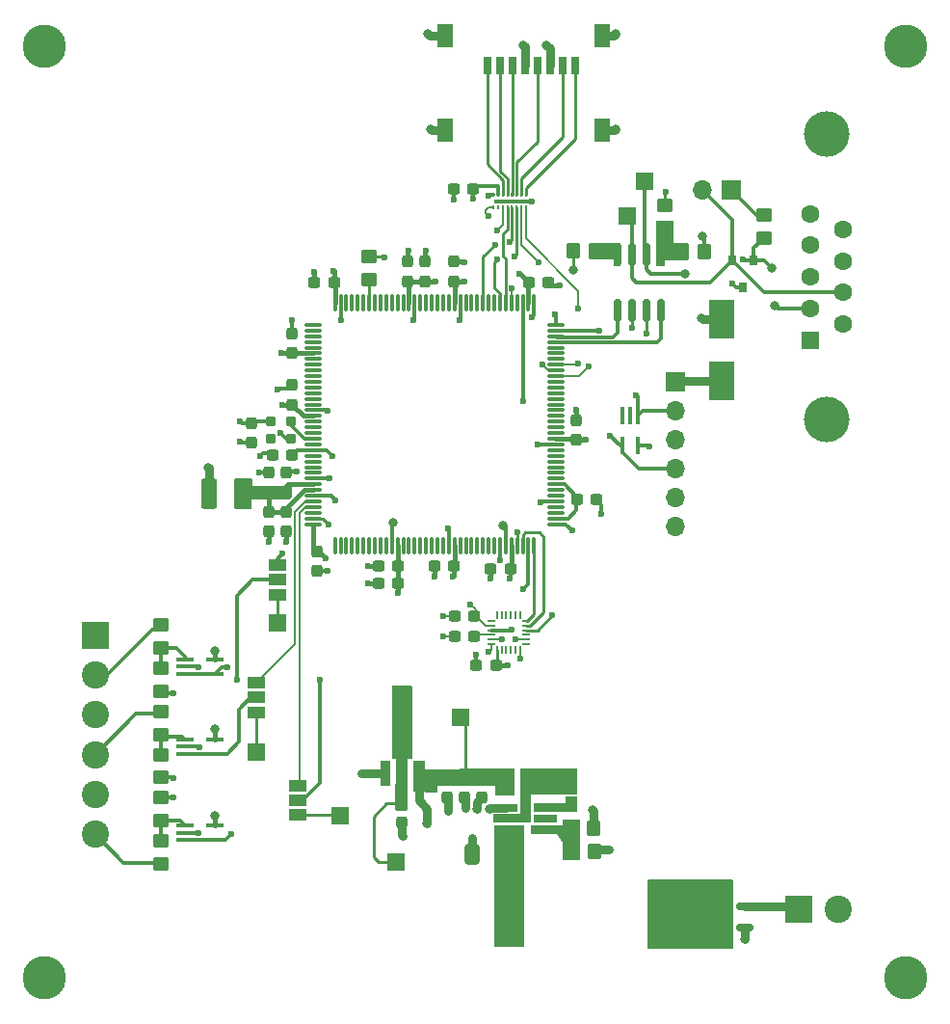
<source format=gtl>
G04 #@! TF.GenerationSoftware,KiCad,Pcbnew,(6.0.5)*
G04 #@! TF.CreationDate,2023-02-15T17:46:13-07:00*
G04 #@! TF.ProjectId,EVCU,45564355-2e6b-4696-9361-645f70636258,rev?*
G04 #@! TF.SameCoordinates,Original*
G04 #@! TF.FileFunction,Copper,L1,Top*
G04 #@! TF.FilePolarity,Positive*
%FSLAX46Y46*%
G04 Gerber Fmt 4.6, Leading zero omitted, Abs format (unit mm)*
G04 Created by KiCad (PCBNEW (6.0.5)) date 2023-02-15 17:46:13*
%MOMM*%
%LPD*%
G01*
G04 APERTURE LIST*
G04 Aperture macros list*
%AMRoundRect*
0 Rectangle with rounded corners*
0 $1 Rounding radius*
0 $2 $3 $4 $5 $6 $7 $8 $9 X,Y pos of 4 corners*
0 Add a 4 corners polygon primitive as box body*
4,1,4,$2,$3,$4,$5,$6,$7,$8,$9,$2,$3,0*
0 Add four circle primitives for the rounded corners*
1,1,$1+$1,$2,$3*
1,1,$1+$1,$4,$5*
1,1,$1+$1,$6,$7*
1,1,$1+$1,$8,$9*
0 Add four rect primitives between the rounded corners*
20,1,$1+$1,$2,$3,$4,$5,0*
20,1,$1+$1,$4,$5,$6,$7,0*
20,1,$1+$1,$6,$7,$8,$9,0*
20,1,$1+$1,$8,$9,$2,$3,0*%
%AMFreePoly0*
4,1,14,0.266715,0.088284,0.363284,-0.008285,0.375000,-0.036569,0.375000,-0.060000,0.363284,-0.088284,0.335000,-0.100000,-0.335000,-0.100000,-0.363284,-0.088284,-0.375000,-0.060000,-0.375000,0.060000,-0.363284,0.088284,-0.335000,0.100000,0.238431,0.100000,0.266715,0.088284,0.266715,0.088284,$1*%
%AMFreePoly1*
4,1,14,0.363284,0.088284,0.375000,0.060000,0.375000,0.036569,0.363284,0.008285,0.266715,-0.088284,0.238431,-0.100000,-0.335000,-0.100000,-0.363284,-0.088284,-0.375000,-0.060000,-0.375000,0.060000,-0.363284,0.088284,-0.335000,0.100000,0.335000,0.100000,0.363284,0.088284,0.363284,0.088284,$1*%
%AMFreePoly2*
4,1,14,0.088284,0.363284,0.100000,0.335000,0.100000,-0.335000,0.088284,-0.363284,0.060000,-0.375000,-0.060000,-0.375000,-0.088284,-0.363284,-0.100000,-0.335000,-0.100000,0.238431,-0.088284,0.266715,0.008285,0.363284,0.036569,0.375000,0.060000,0.375000,0.088284,0.363284,0.088284,0.363284,$1*%
%AMFreePoly3*
4,1,14,-0.008285,0.363284,0.088284,0.266715,0.100000,0.238431,0.100000,-0.335000,0.088284,-0.363284,0.060000,-0.375000,-0.060000,-0.375000,-0.088284,-0.363284,-0.100000,-0.335000,-0.100000,0.335000,-0.088284,0.363284,-0.060000,0.375000,-0.036569,0.375000,-0.008285,0.363284,-0.008285,0.363284,$1*%
%AMFreePoly4*
4,1,14,0.363284,0.088284,0.375000,0.060000,0.375000,-0.060000,0.363284,-0.088284,0.335000,-0.100000,-0.238431,-0.100000,-0.266715,-0.088284,-0.363284,0.008285,-0.375000,0.036569,-0.375000,0.060000,-0.363284,0.088284,-0.335000,0.100000,0.335000,0.100000,0.363284,0.088284,0.363284,0.088284,$1*%
%AMFreePoly5*
4,1,14,0.363284,0.088284,0.375000,0.060000,0.375000,-0.060000,0.363284,-0.088284,0.335000,-0.100000,-0.335000,-0.100000,-0.363284,-0.088284,-0.375000,-0.060000,-0.375000,-0.036569,-0.363284,-0.008285,-0.266715,0.088284,-0.238431,0.100000,0.335000,0.100000,0.363284,0.088284,0.363284,0.088284,$1*%
%AMFreePoly6*
4,1,14,0.088284,0.363284,0.100000,0.335000,0.100000,-0.238431,0.088284,-0.266715,-0.008285,-0.363284,-0.036569,-0.375000,-0.060000,-0.375000,-0.088284,-0.363284,-0.100000,-0.335000,-0.100000,0.335000,-0.088284,0.363284,-0.060000,0.375000,0.060000,0.375000,0.088284,0.363284,0.088284,0.363284,$1*%
%AMFreePoly7*
4,1,14,0.088284,0.363284,0.100000,0.335000,0.100000,-0.335000,0.088284,-0.363284,0.060000,-0.375000,0.036569,-0.375000,0.008285,-0.363284,-0.088284,-0.266715,-0.100000,-0.238431,-0.100000,0.335000,-0.088284,0.363284,-0.060000,0.375000,0.060000,0.375000,0.088284,0.363284,0.088284,0.363284,$1*%
%AMFreePoly8*
4,1,9,5.362500,-0.866500,1.237500,-0.866500,1.237500,-0.450000,-1.237500,-0.450000,-1.237500,0.450000,1.237500,0.450000,1.237500,0.866500,5.362500,0.866500,5.362500,-0.866500,5.362500,-0.866500,$1*%
G04 Aperture macros list end*
G04 #@! TA.AperFunction,SMDPad,CuDef*
%ADD10R,1.500000X1.500000*%
G04 #@! TD*
G04 #@! TA.AperFunction,SMDPad,CuDef*
%ADD11RoundRect,0.237500X0.237500X-0.300000X0.237500X0.300000X-0.237500X0.300000X-0.237500X-0.300000X0*%
G04 #@! TD*
G04 #@! TA.AperFunction,SMDPad,CuDef*
%ADD12R,0.400000X1.500000*%
G04 #@! TD*
G04 #@! TA.AperFunction,SMDPad,CuDef*
%ADD13R,1.500000X1.000000*%
G04 #@! TD*
G04 #@! TA.AperFunction,SMDPad,CuDef*
%ADD14FreePoly0,270.000000*%
G04 #@! TD*
G04 #@! TA.AperFunction,SMDPad,CuDef*
%ADD15RoundRect,0.050000X-0.050000X0.325000X-0.050000X-0.325000X0.050000X-0.325000X0.050000X0.325000X0*%
G04 #@! TD*
G04 #@! TA.AperFunction,SMDPad,CuDef*
%ADD16FreePoly1,270.000000*%
G04 #@! TD*
G04 #@! TA.AperFunction,SMDPad,CuDef*
%ADD17FreePoly2,270.000000*%
G04 #@! TD*
G04 #@! TA.AperFunction,SMDPad,CuDef*
%ADD18RoundRect,0.050000X-0.325000X0.050000X-0.325000X-0.050000X0.325000X-0.050000X0.325000X0.050000X0*%
G04 #@! TD*
G04 #@! TA.AperFunction,SMDPad,CuDef*
%ADD19FreePoly3,270.000000*%
G04 #@! TD*
G04 #@! TA.AperFunction,SMDPad,CuDef*
%ADD20FreePoly4,270.000000*%
G04 #@! TD*
G04 #@! TA.AperFunction,SMDPad,CuDef*
%ADD21FreePoly5,270.000000*%
G04 #@! TD*
G04 #@! TA.AperFunction,SMDPad,CuDef*
%ADD22FreePoly6,270.000000*%
G04 #@! TD*
G04 #@! TA.AperFunction,SMDPad,CuDef*
%ADD23FreePoly7,270.000000*%
G04 #@! TD*
G04 #@! TA.AperFunction,SMDPad,CuDef*
%ADD24RoundRect,0.250001X0.462499X0.849999X-0.462499X0.849999X-0.462499X-0.849999X0.462499X-0.849999X0*%
G04 #@! TD*
G04 #@! TA.AperFunction,SMDPad,CuDef*
%ADD25RoundRect,0.237500X0.300000X0.237500X-0.300000X0.237500X-0.300000X-0.237500X0.300000X-0.237500X0*%
G04 #@! TD*
G04 #@! TA.AperFunction,SMDPad,CuDef*
%ADD26R,0.900000X2.300000*%
G04 #@! TD*
G04 #@! TA.AperFunction,SMDPad,CuDef*
%ADD27FreePoly8,90.000000*%
G04 #@! TD*
G04 #@! TA.AperFunction,ComponentPad*
%ADD28C,3.800000*%
G04 #@! TD*
G04 #@! TA.AperFunction,SMDPad,CuDef*
%ADD29RoundRect,0.237500X-0.237500X0.300000X-0.237500X-0.300000X0.237500X-0.300000X0.237500X0.300000X0*%
G04 #@! TD*
G04 #@! TA.AperFunction,SMDPad,CuDef*
%ADD30RoundRect,0.250001X-0.462499X-1.074999X0.462499X-1.074999X0.462499X1.074999X-0.462499X1.074999X0*%
G04 #@! TD*
G04 #@! TA.AperFunction,SMDPad,CuDef*
%ADD31RoundRect,0.250000X-0.450000X0.350000X-0.450000X-0.350000X0.450000X-0.350000X0.450000X0.350000X0*%
G04 #@! TD*
G04 #@! TA.AperFunction,SMDPad,CuDef*
%ADD32R,1.500000X0.400000*%
G04 #@! TD*
G04 #@! TA.AperFunction,SMDPad,CuDef*
%ADD33RoundRect,0.250000X0.350000X0.450000X-0.350000X0.450000X-0.350000X-0.450000X0.350000X-0.450000X0*%
G04 #@! TD*
G04 #@! TA.AperFunction,SMDPad,CuDef*
%ADD34RoundRect,0.250000X0.412500X0.650000X-0.412500X0.650000X-0.412500X-0.650000X0.412500X-0.650000X0*%
G04 #@! TD*
G04 #@! TA.AperFunction,SMDPad,CuDef*
%ADD35R,2.000000X0.650000*%
G04 #@! TD*
G04 #@! TA.AperFunction,SMDPad,CuDef*
%ADD36RoundRect,0.250000X-0.350000X-0.450000X0.350000X-0.450000X0.350000X0.450000X-0.350000X0.450000X0*%
G04 #@! TD*
G04 #@! TA.AperFunction,ComponentPad*
%ADD37R,2.400000X2.400000*%
G04 #@! TD*
G04 #@! TA.AperFunction,ComponentPad*
%ADD38C,2.400000*%
G04 #@! TD*
G04 #@! TA.AperFunction,ComponentPad*
%ADD39C,2.235200*%
G04 #@! TD*
G04 #@! TA.AperFunction,SMDPad,CuDef*
%ADD40RoundRect,0.075000X-0.662500X-0.075000X0.662500X-0.075000X0.662500X0.075000X-0.662500X0.075000X0*%
G04 #@! TD*
G04 #@! TA.AperFunction,SMDPad,CuDef*
%ADD41RoundRect,0.075000X-0.075000X-0.662500X0.075000X-0.662500X0.075000X0.662500X-0.075000X0.662500X0*%
G04 #@! TD*
G04 #@! TA.AperFunction,SMDPad,CuDef*
%ADD42RoundRect,0.237500X-0.300000X-0.237500X0.300000X-0.237500X0.300000X0.237500X-0.300000X0.237500X0*%
G04 #@! TD*
G04 #@! TA.AperFunction,ComponentPad*
%ADD43R,1.700000X1.700000*%
G04 #@! TD*
G04 #@! TA.AperFunction,ComponentPad*
%ADD44O,1.700000X1.700000*%
G04 #@! TD*
G04 #@! TA.AperFunction,SMDPad,CuDef*
%ADD45RoundRect,0.150000X0.587500X0.150000X-0.587500X0.150000X-0.587500X-0.150000X0.587500X-0.150000X0*%
G04 #@! TD*
G04 #@! TA.AperFunction,SMDPad,CuDef*
%ADD46R,2.300000X3.500000*%
G04 #@! TD*
G04 #@! TA.AperFunction,SMDPad,CuDef*
%ADD47RoundRect,0.150000X0.150000X-0.825000X0.150000X0.825000X-0.150000X0.825000X-0.150000X-0.825000X0*%
G04 #@! TD*
G04 #@! TA.AperFunction,SMDPad,CuDef*
%ADD48R,0.800000X1.500000*%
G04 #@! TD*
G04 #@! TA.AperFunction,SMDPad,CuDef*
%ADD49R,1.450000X2.000000*%
G04 #@! TD*
G04 #@! TA.AperFunction,SMDPad,CuDef*
%ADD50RoundRect,0.250000X0.450000X-0.350000X0.450000X0.350000X-0.450000X0.350000X-0.450000X-0.350000X0*%
G04 #@! TD*
G04 #@! TA.AperFunction,ComponentPad*
%ADD51C,4.000000*%
G04 #@! TD*
G04 #@! TA.AperFunction,ComponentPad*
%ADD52R,1.600000X1.600000*%
G04 #@! TD*
G04 #@! TA.AperFunction,ComponentPad*
%ADD53C,1.600000*%
G04 #@! TD*
G04 #@! TA.AperFunction,SMDPad,CuDef*
%ADD54RoundRect,0.200000X0.250000X-0.200000X0.250000X0.200000X-0.250000X0.200000X-0.250000X-0.200000X0*%
G04 #@! TD*
G04 #@! TA.AperFunction,SMDPad,CuDef*
%ADD55R,0.800000X0.900000*%
G04 #@! TD*
G04 #@! TA.AperFunction,SMDPad,CuDef*
%ADD56R,0.200000X0.450000*%
G04 #@! TD*
G04 #@! TA.AperFunction,SMDPad,CuDef*
%ADD57R,2.800000X0.300000*%
G04 #@! TD*
G04 #@! TA.AperFunction,ViaPad*
%ADD58C,0.800000*%
G04 #@! TD*
G04 #@! TA.AperFunction,ViaPad*
%ADD59C,0.600000*%
G04 #@! TD*
G04 #@! TA.AperFunction,Conductor*
%ADD60C,0.400000*%
G04 #@! TD*
G04 #@! TA.AperFunction,Conductor*
%ADD61C,0.250000*%
G04 #@! TD*
G04 #@! TA.AperFunction,Conductor*
%ADD62C,0.800000*%
G04 #@! TD*
G04 #@! TA.AperFunction,Conductor*
%ADD63C,0.300000*%
G04 #@! TD*
G04 #@! TA.AperFunction,Conductor*
%ADD64C,0.200000*%
G04 #@! TD*
G04 APERTURE END LIST*
D10*
X136579531Y-57293200D03*
X135055531Y-60341200D03*
D11*
X130105200Y-111915100D03*
X130105200Y-110190100D03*
D12*
X135955800Y-77867200D03*
X135305800Y-77867200D03*
X134655800Y-77867200D03*
X134655800Y-80527200D03*
X135955800Y-80527200D03*
D13*
X104292400Y-91003600D03*
X104292400Y-92303600D03*
X104292400Y-93603600D03*
D11*
X119846400Y-66080500D03*
X119846400Y-64355500D03*
D14*
X125621600Y-95417200D03*
D15*
X125221600Y-95417200D03*
X124821600Y-95417200D03*
X124421600Y-95417200D03*
X124021600Y-95417200D03*
D16*
X123621600Y-95417200D03*
D17*
X123121600Y-95917200D03*
D18*
X123121600Y-96317200D03*
X123121600Y-96717200D03*
X123121600Y-97117200D03*
X123121600Y-97517200D03*
D19*
X123121600Y-97917200D03*
D20*
X123621600Y-98417200D03*
D15*
X124021600Y-98417200D03*
X124421600Y-98417200D03*
X124821600Y-98417200D03*
X125221600Y-98417200D03*
D21*
X125621600Y-98417200D03*
D22*
X126121600Y-97917200D03*
D18*
X126121600Y-97517200D03*
X126121600Y-97117200D03*
X126121600Y-96717200D03*
X126121600Y-96317200D03*
D23*
X126121600Y-95917200D03*
D24*
X126695700Y-110036600D03*
X124370700Y-110036600D03*
D25*
X123502900Y-99838200D03*
X121777900Y-99838200D03*
D26*
X113765200Y-109312600D03*
D27*
X115265200Y-109225100D03*
D26*
X116765200Y-109312600D03*
D10*
X109820200Y-112979200D03*
D28*
X83820000Y-45466000D03*
D29*
X115243008Y-111910156D03*
X115243008Y-113635156D03*
D28*
X159512000Y-45466000D03*
D30*
X98292900Y-84725200D03*
X101267900Y-84725200D03*
D11*
X130556000Y-79983500D03*
X130556000Y-78258500D03*
D25*
X109278900Y-66183200D03*
X107553900Y-66183200D03*
D31*
X94081600Y-107661200D03*
X94081600Y-109661200D03*
D32*
X96155200Y-99273600D03*
X96155200Y-99923600D03*
X96155200Y-100573600D03*
X98815200Y-100573600D03*
X98815200Y-99273600D03*
D11*
X117306400Y-66080500D03*
X117306400Y-64355500D03*
D33*
X132121200Y-114117856D03*
X130121200Y-114117856D03*
D13*
X102479600Y-101316000D03*
X102479600Y-102616000D03*
X102479600Y-103916000D03*
D34*
X124555700Y-116386600D03*
X121430700Y-116386600D03*
D31*
X94081600Y-103902000D03*
X94081600Y-105902000D03*
D33*
X132321731Y-63414600D03*
X130321731Y-63414600D03*
D35*
X124409200Y-112308600D03*
X124409200Y-113258600D03*
X124409200Y-114208600D03*
X127829200Y-114208600D03*
X127829200Y-113258600D03*
X127829200Y-112308600D03*
D31*
X94081600Y-96282000D03*
X94081600Y-98282000D03*
D25*
X124772900Y-91329200D03*
X123047900Y-91329200D03*
D10*
X104292400Y-96053400D03*
D36*
X139846731Y-63465400D03*
X141846731Y-63465400D03*
D32*
X96155200Y-106284000D03*
X96155200Y-106934000D03*
X96155200Y-107584000D03*
X98815200Y-107584000D03*
X98815200Y-106284000D03*
D25*
X114892300Y-91100600D03*
X113167300Y-91100600D03*
D13*
X106086400Y-110358400D03*
X106086400Y-111658400D03*
X106086400Y-112958400D03*
D37*
X150091200Y-121194600D03*
D38*
X153591200Y-121194600D03*
D10*
X114757200Y-117094000D03*
D25*
X114892300Y-92633800D03*
X113167300Y-92633800D03*
X119819900Y-91108700D03*
X118094900Y-91108700D03*
D39*
X138153808Y-123288256D03*
X138153808Y-119986256D03*
X124691808Y-123288256D03*
X124691808Y-119986256D03*
D40*
X107456700Y-69904600D03*
X107456700Y-70404600D03*
X107456700Y-70904600D03*
X107456700Y-71404600D03*
X107456700Y-71904600D03*
X107456700Y-72404600D03*
X107456700Y-72904600D03*
X107456700Y-73404600D03*
X107456700Y-73904600D03*
X107456700Y-74404600D03*
X107456700Y-74904600D03*
X107456700Y-75404600D03*
X107456700Y-75904600D03*
X107456700Y-76404600D03*
X107456700Y-76904600D03*
X107456700Y-77404600D03*
X107456700Y-77904600D03*
X107456700Y-78404600D03*
X107456700Y-78904600D03*
X107456700Y-79404600D03*
X107456700Y-79904600D03*
X107456700Y-80404600D03*
X107456700Y-80904600D03*
X107456700Y-81404600D03*
X107456700Y-81904600D03*
X107456700Y-82404600D03*
X107456700Y-82904600D03*
X107456700Y-83404600D03*
X107456700Y-83904600D03*
X107456700Y-84404600D03*
X107456700Y-84904600D03*
X107456700Y-85404600D03*
X107456700Y-85904600D03*
X107456700Y-86404600D03*
X107456700Y-86904600D03*
X107456700Y-87404600D03*
D41*
X109369200Y-89317100D03*
X109869200Y-89317100D03*
X110369200Y-89317100D03*
X110869200Y-89317100D03*
X111369200Y-89317100D03*
X111869200Y-89317100D03*
X112369200Y-89317100D03*
X112869200Y-89317100D03*
X113369200Y-89317100D03*
X113869200Y-89317100D03*
X114369200Y-89317100D03*
X114869200Y-89317100D03*
X115369200Y-89317100D03*
X115869200Y-89317100D03*
X116369200Y-89317100D03*
X116869200Y-89317100D03*
X117369200Y-89317100D03*
X117869200Y-89317100D03*
X118369200Y-89317100D03*
X118869200Y-89317100D03*
X119369200Y-89317100D03*
X119869200Y-89317100D03*
X120369200Y-89317100D03*
X120869200Y-89317100D03*
X121369200Y-89317100D03*
X121869200Y-89317100D03*
X122369200Y-89317100D03*
X122869200Y-89317100D03*
X123369200Y-89317100D03*
X123869200Y-89317100D03*
X124369200Y-89317100D03*
X124869200Y-89317100D03*
X125369200Y-89317100D03*
X125869200Y-89317100D03*
X126369200Y-89317100D03*
X126869200Y-89317100D03*
D40*
X128781700Y-87404600D03*
X128781700Y-86904600D03*
X128781700Y-86404600D03*
X128781700Y-85904600D03*
X128781700Y-85404600D03*
X128781700Y-84904600D03*
X128781700Y-84404600D03*
X128781700Y-83904600D03*
X128781700Y-83404600D03*
X128781700Y-82904600D03*
X128781700Y-82404600D03*
X128781700Y-81904600D03*
X128781700Y-81404600D03*
X128781700Y-80904600D03*
X128781700Y-80404600D03*
X128781700Y-79904600D03*
X128781700Y-79404600D03*
X128781700Y-78904600D03*
X128781700Y-78404600D03*
X128781700Y-77904600D03*
X128781700Y-77404600D03*
X128781700Y-76904600D03*
X128781700Y-76404600D03*
X128781700Y-75904600D03*
X128781700Y-75404600D03*
X128781700Y-74904600D03*
X128781700Y-74404600D03*
X128781700Y-73904600D03*
X128781700Y-73404600D03*
X128781700Y-72904600D03*
X128781700Y-72404600D03*
X128781700Y-71904600D03*
X128781700Y-71404600D03*
X128781700Y-70904600D03*
X128781700Y-70404600D03*
X128781700Y-69904600D03*
D41*
X126869200Y-67992100D03*
X126369200Y-67992100D03*
X125869200Y-67992100D03*
X125369200Y-67992100D03*
X124869200Y-67992100D03*
X124369200Y-67992100D03*
X123869200Y-67992100D03*
X123369200Y-67992100D03*
X122869200Y-67992100D03*
X122369200Y-67992100D03*
X121869200Y-67992100D03*
X121369200Y-67992100D03*
X120869200Y-67992100D03*
X120369200Y-67992100D03*
X119869200Y-67992100D03*
X119369200Y-67992100D03*
X118869200Y-67992100D03*
X118369200Y-67992100D03*
X117869200Y-67992100D03*
X117369200Y-67992100D03*
X116869200Y-67992100D03*
X116369200Y-67992100D03*
X115869200Y-67992100D03*
X115369200Y-67992100D03*
X114869200Y-67992100D03*
X114369200Y-67992100D03*
X113869200Y-67992100D03*
X113369200Y-67992100D03*
X112869200Y-67992100D03*
X112369200Y-67992100D03*
X111869200Y-67992100D03*
X111369200Y-67992100D03*
X110869200Y-67992100D03*
X110369200Y-67992100D03*
X109869200Y-67992100D03*
X109369200Y-67992100D03*
D11*
X115782400Y-66080500D03*
X115782400Y-64355500D03*
D42*
X130607900Y-85242400D03*
X132332900Y-85242400D03*
D43*
X144204531Y-58055200D03*
D44*
X141664531Y-58055200D03*
D45*
X145412700Y-122844600D03*
X145412700Y-120944600D03*
X143537700Y-121894600D03*
D25*
X121614100Y-95469400D03*
X119889100Y-95469400D03*
D43*
X139319000Y-74904600D03*
D44*
X139319000Y-77444600D03*
X139319000Y-79984600D03*
X139319000Y-82524600D03*
X139319000Y-85064600D03*
X139319000Y-87604600D03*
D31*
X94081600Y-100092000D03*
X94081600Y-102092000D03*
D32*
X96155200Y-113853200D03*
X96155200Y-114503200D03*
X96155200Y-115153200D03*
X98815200Y-115153200D03*
X98815200Y-113853200D03*
D31*
X147066000Y-60264800D03*
X147066000Y-62264800D03*
D28*
X159512000Y-127254000D03*
D42*
X119787500Y-58013600D03*
X121512500Y-58013600D03*
D29*
X119176800Y-109674956D03*
X119176800Y-111399956D03*
X120700800Y-109678300D03*
X120700800Y-111403300D03*
D37*
X88279200Y-97142600D03*
D38*
X88279200Y-100642600D03*
X88279200Y-104142600D03*
X88279200Y-107642600D03*
X88279200Y-111142600D03*
X88279200Y-114642600D03*
D10*
X102454200Y-107391200D03*
D46*
X143383000Y-74836000D03*
X143383000Y-69436000D03*
D29*
X105054400Y-86310300D03*
X105054400Y-88035300D03*
D11*
X105622400Y-76910100D03*
X105622400Y-75185100D03*
D10*
X120370600Y-104394000D03*
D25*
X105612100Y-81330800D03*
X103887100Y-81330800D03*
D11*
X105054400Y-84631700D03*
X105054400Y-82906700D03*
D47*
X134166531Y-68658200D03*
X135436531Y-68658200D03*
X136706531Y-68658200D03*
X137976531Y-68658200D03*
X137976531Y-63708200D03*
X136706531Y-63708200D03*
X135436531Y-63708200D03*
X134166531Y-63708200D03*
D48*
X122742400Y-47107200D03*
X123842400Y-47107200D03*
X124942400Y-47107200D03*
X126042400Y-47107200D03*
X127142400Y-47107200D03*
X128242400Y-47107200D03*
X129342400Y-47107200D03*
X130442400Y-47107200D03*
D49*
X132817400Y-44507200D03*
X119067400Y-44507200D03*
X119067400Y-52807200D03*
X132817400Y-52807200D03*
D25*
X121614100Y-97231200D03*
X119889100Y-97231200D03*
D11*
X105622400Y-72379700D03*
X105622400Y-70654700D03*
D50*
X94081600Y-117205000D03*
X94081600Y-115205000D03*
X112378800Y-65938600D03*
X112378800Y-63938600D03*
D29*
X103530400Y-86310300D03*
X103530400Y-88035300D03*
X107823000Y-89815500D03*
X107823000Y-91540500D03*
D51*
X152594869Y-78185200D03*
X152594869Y-53185200D03*
D52*
X151174869Y-71225200D03*
D53*
X151174869Y-68455200D03*
X151174869Y-65685200D03*
X151174869Y-62915200D03*
X151174869Y-60145200D03*
X154014869Y-69840200D03*
X154014869Y-67070200D03*
X154014869Y-64300200D03*
X154014869Y-61530200D03*
D11*
X103530400Y-84631700D03*
X103530400Y-82906700D03*
D54*
X103681400Y-79862200D03*
X105531400Y-79862200D03*
X105531400Y-78412200D03*
X103681400Y-78412200D03*
D55*
X146165531Y-64221200D03*
X144265531Y-64221200D03*
X145215531Y-66621200D03*
D29*
X102057200Y-78528700D03*
X102057200Y-80253700D03*
D36*
X130143408Y-116128800D03*
X132143408Y-116128800D03*
D56*
X123322400Y-59616200D03*
X123722400Y-59616200D03*
X124122400Y-59616200D03*
X124522400Y-59616200D03*
X124922400Y-59616200D03*
X125322400Y-59616200D03*
X125722400Y-59616200D03*
X126122400Y-59616200D03*
X126122400Y-58465200D03*
X125722400Y-58465200D03*
X125322400Y-58465200D03*
X124922400Y-58465200D03*
X124522400Y-58465200D03*
X124122400Y-58465200D03*
X123722400Y-58465200D03*
X123322400Y-58465200D03*
D57*
X124722400Y-59041200D03*
D50*
X94081600Y-113420400D03*
X94081600Y-111420400D03*
D42*
X126391500Y-66167000D03*
X128116500Y-66167000D03*
D29*
X122231200Y-109682100D03*
X122231200Y-111407100D03*
D28*
X83820000Y-127254000D03*
D31*
X138382931Y-59417400D03*
X138382931Y-61417400D03*
D58*
X98256400Y-82439200D03*
D59*
X119761000Y-91981500D03*
X136740431Y-70694200D03*
D58*
X115265200Y-103282600D03*
D59*
X101041200Y-78375200D03*
X131419600Y-79959200D03*
X124570800Y-99838200D03*
X104648000Y-72390000D03*
D58*
X125942400Y-45355200D03*
D59*
X121285000Y-94488000D03*
X120777000Y-66090800D03*
X121513600Y-58826400D03*
D58*
X115265200Y-102082600D03*
D59*
X104698800Y-76911200D03*
X122894400Y-58563200D03*
X124714000Y-92202000D03*
X114935000Y-93481200D03*
X125603000Y-65405000D03*
X118237000Y-66090800D03*
X130184200Y-87926700D03*
X109220000Y-65151000D03*
X138416831Y-58197400D03*
X128736400Y-68977200D03*
X108585000Y-90424000D03*
D58*
X127974400Y-45355200D03*
D59*
X102666800Y-82854800D03*
X127466400Y-85487200D03*
X135436531Y-70194700D03*
X126704400Y-59071200D03*
X125196600Y-97517200D03*
X108772000Y-87417600D03*
X130556000Y-77343000D03*
X115824000Y-63423800D03*
X105054400Y-88950800D03*
X118110000Y-91981500D03*
D58*
X115316000Y-114808000D03*
X114512400Y-87265200D03*
D59*
X121430700Y-114990148D03*
X108712000Y-77470000D03*
X137007600Y-80568800D03*
X144272000Y-66294000D03*
X119281608Y-112569456D03*
X97383600Y-99974400D03*
X111674800Y-109312600D03*
D58*
X130324931Y-65070100D03*
D59*
X104606400Y-79391200D03*
X129159000Y-66421000D03*
D58*
X124164400Y-87519200D03*
X141605000Y-69342000D03*
D59*
X95148400Y-102260400D03*
X133454808Y-115998456D03*
X101041200Y-80153200D03*
X109940400Y-69485200D03*
X112268000Y-92592200D03*
X116290400Y-69485200D03*
D58*
X141659531Y-62119200D03*
D59*
X117348000Y-63423800D03*
D58*
X117814400Y-52721200D03*
D59*
X112556400Y-109312600D03*
X119338400Y-87773200D03*
X123063000Y-92202000D03*
X119837200Y-58877200D03*
X103530400Y-88950800D03*
X106019600Y-82753200D03*
X95199200Y-109677200D03*
X120354400Y-69485200D03*
X102828400Y-81423200D03*
X121767600Y-98907600D03*
X107569000Y-65278000D03*
D58*
X134070400Y-44339200D03*
X145412700Y-123878100D03*
X121843800Y-112395000D03*
D59*
X120777000Y-64439800D03*
D58*
X117560400Y-44339200D03*
D59*
X120863208Y-112314456D03*
X113674200Y-63948000D03*
X125628400Y-99212400D03*
X108924400Y-83404400D03*
X105622400Y-69485200D03*
D58*
X134070400Y-52721200D03*
D59*
X97332800Y-114503200D03*
X127212400Y-80407200D03*
X95199200Y-111404400D03*
X132800400Y-86503200D03*
X108712000Y-91490800D03*
X118855800Y-95469400D03*
X104352400Y-75581200D03*
X97434400Y-106984800D03*
X112268000Y-91084400D03*
X124046600Y-97517200D03*
X126704400Y-69231200D03*
D58*
X122936000Y-112420400D03*
D59*
X118872000Y-97231200D03*
D58*
X98806000Y-113030000D03*
X117475000Y-113665000D03*
X117475000Y-112522000D03*
D59*
X122231200Y-109782600D03*
D58*
X116840000Y-111760000D03*
X98806000Y-98552000D03*
X132029200Y-112496600D03*
X98806000Y-105410000D03*
D59*
X127870000Y-113262400D03*
X124466400Y-114202200D03*
X109178400Y-81423200D03*
X109407000Y-85284000D03*
X104749600Y-90017600D03*
X132597200Y-70399600D03*
X135848400Y-76089200D03*
X125942400Y-76597200D03*
X133562400Y-79645200D03*
X100279200Y-114655600D03*
X100736400Y-101041200D03*
X108000800Y-101041200D03*
X99872800Y-99974400D03*
D58*
X147755531Y-64913200D03*
X148009531Y-68215200D03*
D59*
X145215531Y-64151200D03*
D58*
X140135531Y-65421200D03*
D59*
X122885200Y-98653600D03*
X123910400Y-90567200D03*
X128482400Y-95393200D03*
X125369200Y-88092400D03*
X124926400Y-96663200D03*
X125942400Y-93107200D03*
X131682800Y-73549200D03*
X122894400Y-60341200D03*
X127254000Y-64389000D03*
X127593400Y-73380213D03*
X130768400Y-68469200D03*
X130768400Y-73295200D03*
X124926400Y-66691200D03*
X123656400Y-61611200D03*
X123656400Y-64151200D03*
X125180400Y-63897200D03*
X123420900Y-62881200D03*
X124715900Y-62627200D03*
D60*
X114869200Y-89317100D02*
X114869200Y-91306100D01*
X131419600Y-79959200D02*
X131395300Y-79983500D01*
D61*
X115243008Y-111910156D02*
X113921244Y-111910156D01*
D62*
X126042400Y-45455200D02*
X125942400Y-45355200D01*
D60*
X120777000Y-66090800D02*
X120766700Y-66080500D01*
D61*
X123621600Y-98417200D02*
X123621600Y-99747100D01*
D63*
X102057200Y-78528700D02*
X101194700Y-78528700D01*
X103681400Y-78412200D02*
X102173700Y-78412200D01*
D61*
X113207800Y-117094000D02*
X114757200Y-117094000D01*
D60*
X104699900Y-76910100D02*
X104698800Y-76911200D01*
X128781700Y-79904600D02*
X130477100Y-79904600D01*
X131395300Y-79983500D02*
X130556000Y-79983500D01*
D64*
X122572700Y-96317200D02*
X121724900Y-95469400D01*
D60*
X130477100Y-79904600D02*
X130556000Y-79983500D01*
D63*
X128781700Y-69022500D02*
X128736400Y-68977200D01*
D60*
X114869200Y-91077500D02*
X114892300Y-91100600D01*
X105622400Y-72379700D02*
X104658300Y-72379700D01*
D62*
X139387600Y-74836000D02*
X139319000Y-74904600D01*
D64*
X121724900Y-95469400D02*
X121724900Y-94927900D01*
D60*
X125603000Y-65405000D02*
X125629500Y-65405000D01*
D63*
X123722400Y-57708800D02*
X121817300Y-57708800D01*
D60*
X107456700Y-89449200D02*
X107823000Y-89815500D01*
D63*
X121512500Y-58825300D02*
X121513600Y-58826400D01*
D60*
X107456700Y-87404600D02*
X107456700Y-89449200D01*
D63*
X121512500Y-58013600D02*
X121512500Y-58825300D01*
D60*
X104658300Y-72379700D02*
X104648000Y-72390000D01*
D62*
X98292900Y-82475700D02*
X98256400Y-82439200D01*
D60*
X105622400Y-76910100D02*
X104699900Y-76910100D01*
X114892300Y-92633800D02*
X114892300Y-93438500D01*
X109278900Y-65209900D02*
X109220000Y-65151000D01*
X126369200Y-67992100D02*
X126369200Y-66189300D01*
D61*
X138382931Y-58231300D02*
X138416831Y-58197400D01*
D60*
X106616900Y-77904600D02*
X105622400Y-76910100D01*
X119819900Y-91108700D02*
X119819900Y-91922600D01*
X117306400Y-66080500D02*
X118226700Y-66080500D01*
D63*
X122992400Y-58465200D02*
X122894400Y-58563200D01*
D60*
X123502900Y-99838200D02*
X124570800Y-99838200D01*
D61*
X136706531Y-68658200D02*
X136706531Y-70660300D01*
D62*
X98292900Y-84725200D02*
X98292900Y-82475700D01*
D60*
X119819900Y-91922600D02*
X119761000Y-91981500D01*
D63*
X124772900Y-92143100D02*
X124714000Y-92202000D01*
X128781700Y-69904600D02*
X128781700Y-69022500D01*
D61*
X138382931Y-59417400D02*
X138382931Y-58231300D01*
D60*
X107456700Y-72404600D02*
X105647300Y-72404600D01*
X124869200Y-91232900D02*
X124869200Y-89317100D01*
X107823000Y-89815500D02*
X107976500Y-89815500D01*
X107456700Y-77904600D02*
X106616900Y-77904600D01*
D64*
X123121600Y-96317200D02*
X122572700Y-96317200D01*
D63*
X124772900Y-91329200D02*
X124869200Y-91232900D01*
D64*
X121724900Y-94927900D02*
X121285000Y-94488000D01*
D63*
X123322400Y-58465200D02*
X122992400Y-58465200D01*
D60*
X114892300Y-93438500D02*
X114935000Y-93481200D01*
X115869200Y-66167300D02*
X115782400Y-66080500D01*
D63*
X128781700Y-87404600D02*
X129662100Y-87404600D01*
D61*
X112776000Y-116662200D02*
X113207800Y-117094000D01*
D60*
X109369200Y-66273500D02*
X109278900Y-66183200D01*
X107976500Y-89815500D02*
X108585000Y-90424000D01*
D61*
X136706531Y-70660300D02*
X136740431Y-70694200D01*
D60*
X109369200Y-67992100D02*
X109369200Y-66273500D01*
D61*
X113921244Y-111910156D02*
X112776000Y-113055400D01*
D60*
X114892300Y-90957400D02*
X114892300Y-92633800D01*
X105647300Y-72404600D02*
X105622400Y-72379700D01*
X119869200Y-67992100D02*
X119869200Y-66052500D01*
D63*
X123722400Y-58465200D02*
X123722400Y-57708800D01*
D60*
X125629500Y-65405000D02*
X126391500Y-66167000D01*
X109278900Y-66183200D02*
X109278900Y-65209900D01*
X115782400Y-66080500D02*
X117306400Y-66080500D01*
D63*
X129662100Y-87404600D02*
X130184200Y-87926700D01*
D60*
X115869200Y-67992100D02*
X115869200Y-66167300D01*
X126369200Y-66189300D02*
X126391500Y-66167000D01*
D62*
X126042400Y-47107200D02*
X126042400Y-45455200D01*
D61*
X112776000Y-113055400D02*
X112776000Y-116662200D01*
D62*
X143383000Y-74836000D02*
X139387600Y-74836000D01*
D60*
X118226700Y-66080500D02*
X118237000Y-66090800D01*
D63*
X101194700Y-78528700D02*
X101041200Y-78375200D01*
X121817300Y-57708800D02*
X121512500Y-58013600D01*
D60*
X120766700Y-66080500D02*
X119846400Y-66080500D01*
D63*
X124772900Y-91329200D02*
X124772900Y-92143100D01*
D60*
X119869200Y-91059400D02*
X119819900Y-91108700D01*
X119869200Y-89317100D02*
X119869200Y-91279900D01*
D63*
X102173700Y-78412200D02*
X102057200Y-78528700D01*
D61*
X130321731Y-65066900D02*
X130324931Y-65070100D01*
D62*
X128242400Y-45623200D02*
X127974400Y-45355200D01*
X123047800Y-112308600D02*
X122936000Y-112420400D01*
D63*
X94081600Y-102244400D02*
X95132400Y-102244400D01*
X119369200Y-87804000D02*
X119338400Y-87773200D01*
X94081600Y-109661200D02*
X95183200Y-109661200D01*
X108662300Y-91540500D02*
X108712000Y-91490800D01*
D61*
X108772000Y-87417600D02*
X108259000Y-86904600D01*
D62*
X143383000Y-69436000D02*
X141699000Y-69436000D01*
D63*
X95132400Y-102244400D02*
X95148400Y-102260400D01*
D62*
X113765200Y-109312600D02*
X112556400Y-109312600D01*
D64*
X125628400Y-98424000D02*
X125621600Y-98417200D01*
D63*
X127215000Y-80404600D02*
X127212400Y-80407200D01*
D61*
X113664800Y-63938600D02*
X113674200Y-63948000D01*
D63*
X101141700Y-80253700D02*
X101041200Y-80153200D01*
X96155200Y-106934000D02*
X97383600Y-106934000D01*
X109869200Y-69414000D02*
X109940400Y-69485200D01*
X105531400Y-79862200D02*
X105077400Y-79862200D01*
D62*
X119281608Y-111504764D02*
X119281608Y-112569456D01*
D63*
X105622400Y-70654700D02*
X105622400Y-69485200D01*
D62*
X128242400Y-47107200D02*
X128242400Y-45623200D01*
D64*
X118872000Y-97231200D02*
X119889100Y-97231200D01*
D60*
X118094900Y-91108700D02*
X118094900Y-91966400D01*
D63*
X103082400Y-81169200D02*
X102828400Y-81423200D01*
X107456700Y-83404600D02*
X108924200Y-83404600D01*
X95183200Y-111420400D02*
X95199200Y-111404400D01*
D60*
X119846400Y-64355500D02*
X120692700Y-64355500D01*
D63*
X132800400Y-85709900D02*
X132800400Y-86503200D01*
X127549000Y-85404600D02*
X127466400Y-85487200D01*
D60*
X113167300Y-91100600D02*
X112284200Y-91100600D01*
X113167300Y-92633800D02*
X112309600Y-92633800D01*
D63*
X114369200Y-87408400D02*
X114512400Y-87265200D01*
D61*
X130321731Y-63414600D02*
X130321731Y-65066900D01*
D62*
X120863208Y-111565708D02*
X120863208Y-112314456D01*
X115243008Y-113635156D02*
X115243008Y-114735008D01*
X117900400Y-52807200D02*
X117814400Y-52721200D01*
D60*
X112309600Y-92633800D02*
X112268000Y-92592200D01*
D63*
X141846731Y-63465400D02*
X141846731Y-62306400D01*
D62*
X124409200Y-112308600D02*
X123047800Y-112308600D01*
D60*
X115782400Y-64355500D02*
X115782400Y-63465400D01*
D62*
X132817400Y-44507200D02*
X133902400Y-44507200D01*
X141699000Y-69436000D02*
X141605000Y-69342000D01*
D63*
X128781700Y-85404600D02*
X127549000Y-85404600D01*
D62*
X121430700Y-116386600D02*
X121430700Y-114990148D01*
X120700800Y-111403300D02*
X120863208Y-111565708D01*
D63*
X135955800Y-80527200D02*
X136966000Y-80527200D01*
D61*
X135436531Y-68658200D02*
X135436531Y-70194700D01*
D64*
X125628400Y-99212400D02*
X125628400Y-98424000D01*
D60*
X128370500Y-66421000D02*
X128116500Y-66167000D01*
X115782400Y-63465400D02*
X115824000Y-63423800D01*
D62*
X132817400Y-52807200D02*
X133984400Y-52807200D01*
X132143408Y-115998456D02*
X133454808Y-115998456D01*
D63*
X132332900Y-85242400D02*
X132800400Y-85709900D01*
D62*
X133984400Y-52807200D02*
X134070400Y-52721200D01*
D63*
X119369200Y-89317100D02*
X119369200Y-87804000D01*
X105622400Y-75480700D02*
X104452900Y-75480700D01*
D60*
X103530400Y-88035300D02*
X103530400Y-88950800D01*
D63*
X105207900Y-82753200D02*
X105054400Y-82906700D01*
D60*
X117306400Y-64355500D02*
X117306400Y-63465400D01*
D63*
X124369200Y-87724000D02*
X124164400Y-87519200D01*
X116369200Y-69406400D02*
X116290400Y-69485200D01*
X119787500Y-58827500D02*
X119837200Y-58877200D01*
X126674400Y-59041200D02*
X126704400Y-59071200D01*
D60*
X107553900Y-65293100D02*
X107569000Y-65278000D01*
X112284200Y-91100600D02*
X112268000Y-91084400D01*
D63*
X121777900Y-98917900D02*
X121777900Y-99838200D01*
X144599200Y-66621200D02*
X144272000Y-66294000D01*
D62*
X112556400Y-109312600D02*
X111674800Y-109312600D01*
D60*
X117306400Y-63465400D02*
X117348000Y-63423800D01*
X130556000Y-77343000D02*
X130556000Y-78258500D01*
D63*
X116369200Y-67992100D02*
X116369200Y-69406400D01*
X124722400Y-59041200D02*
X126674400Y-59041200D01*
D60*
X118094900Y-91966400D02*
X118110000Y-91981500D01*
X129159000Y-66421000D02*
X128370500Y-66421000D01*
D62*
X122231200Y-111407100D02*
X121843800Y-111794500D01*
D63*
X114369200Y-89317100D02*
X114369200Y-87408400D01*
X104452900Y-75480700D02*
X104352400Y-75581200D01*
X121767600Y-98907600D02*
X121777900Y-98917900D01*
X126869200Y-67992100D02*
X126869200Y-69066400D01*
X120369200Y-67992100D02*
X120369200Y-69470400D01*
D64*
X119999900Y-95469400D02*
X118855800Y-95469400D01*
D62*
X115243008Y-114735008D02*
X115316000Y-114808000D01*
D63*
X128781700Y-80404600D02*
X127215000Y-80404600D01*
D60*
X105054400Y-88035300D02*
X105054400Y-88950800D01*
D63*
X97332800Y-99923600D02*
X97383600Y-99974400D01*
D64*
X123121600Y-97517200D02*
X124046600Y-97517200D01*
D60*
X123047900Y-92186900D02*
X123063000Y-92202000D01*
D63*
X120369200Y-69470400D02*
X120354400Y-69485200D01*
X95183200Y-109661200D02*
X95199200Y-109677200D01*
X145215531Y-66621200D02*
X144599200Y-66621200D01*
X102666800Y-82854800D02*
X103478500Y-82854800D01*
D62*
X119067400Y-52807200D02*
X117900400Y-52807200D01*
X133902400Y-44507200D02*
X134070400Y-44339200D01*
D63*
X105077400Y-79862200D02*
X104606400Y-79391200D01*
D61*
X108259000Y-86904600D02*
X107456700Y-86904600D01*
D63*
X103478500Y-82854800D02*
X103530400Y-82906700D01*
X97383600Y-106934000D02*
X97434400Y-106984800D01*
D62*
X119067400Y-44507200D02*
X117728400Y-44507200D01*
X117728400Y-44507200D02*
X117560400Y-44339200D01*
X119176800Y-111399956D02*
X119281608Y-111504764D01*
D63*
X107823000Y-91540500D02*
X108662300Y-91540500D01*
X108646600Y-77404600D02*
X107456700Y-77404600D01*
X94081600Y-111420400D02*
X95183200Y-111420400D01*
D60*
X107553900Y-66183200D02*
X107553900Y-65293100D01*
D63*
X141846731Y-62306400D02*
X141659531Y-62119200D01*
D62*
X121843800Y-111794500D02*
X121843800Y-112395000D01*
D63*
X106019600Y-82753200D02*
X105207900Y-82753200D01*
X108924200Y-83404600D02*
X108924400Y-83404400D01*
X103997900Y-81169200D02*
X103082400Y-81169200D01*
D60*
X120692700Y-64355500D02*
X120777000Y-64439800D01*
D63*
X102057200Y-80253700D02*
X101141700Y-80253700D01*
X136966000Y-80527200D02*
X137007600Y-80568800D01*
X119787500Y-58013600D02*
X119787500Y-58827500D01*
D64*
X126121600Y-97517200D02*
X125196600Y-97517200D01*
D61*
X112378800Y-63938600D02*
X113664800Y-63938600D01*
D63*
X109869200Y-67992100D02*
X109869200Y-69414000D01*
D62*
X145412700Y-122844600D02*
X145412700Y-123878100D01*
D63*
X108712000Y-77470000D02*
X108646600Y-77404600D01*
X96155200Y-114503200D02*
X97332800Y-114503200D01*
X124369200Y-89317100D02*
X124369200Y-87724000D01*
X126869200Y-69066400D02*
X126704400Y-69231200D01*
X96155200Y-99923600D02*
X97332800Y-99923600D01*
D60*
X123047900Y-91329200D02*
X123047900Y-92186900D01*
D61*
X120863208Y-109682100D02*
X120863208Y-104886608D01*
X120863208Y-104886608D02*
X120370600Y-104394000D01*
D62*
X117475000Y-112395000D02*
X116840000Y-111760000D01*
D60*
X98815200Y-98561200D02*
X98806000Y-98552000D01*
D62*
X117475000Y-112522000D02*
X117475000Y-113665000D01*
X117475000Y-112522000D02*
X117475000Y-112395000D01*
D60*
X98815200Y-106284000D02*
X98815200Y-105419200D01*
X98815200Y-113039200D02*
X98806000Y-113030000D01*
D62*
X132121200Y-112588600D02*
X132121200Y-114117856D01*
D60*
X98815200Y-105419200D02*
X98806000Y-105410000D01*
D62*
X132029200Y-112496600D02*
X132121200Y-112588600D01*
X116765200Y-111685200D02*
X116765200Y-109312600D01*
D60*
X98815200Y-113853200D02*
X98815200Y-113039200D01*
D62*
X116840000Y-111760000D02*
X116765200Y-111685200D01*
D60*
X98815200Y-99273600D02*
X98815200Y-98561200D01*
X106392680Y-84663285D02*
X106651365Y-84404600D01*
X105273500Y-83904600D02*
X105114400Y-84063700D01*
X106392680Y-84666120D02*
X106392680Y-84663285D01*
X106651365Y-84404600D02*
X107456700Y-84404600D01*
X105054400Y-86004400D02*
X106392680Y-84666120D01*
X105054400Y-86310300D02*
X105054400Y-86004400D01*
X103530400Y-86310300D02*
X105054400Y-86310300D01*
X103530400Y-84631700D02*
X103530400Y-86310300D01*
X107456700Y-83904600D02*
X105273500Y-83904600D01*
D63*
X128781700Y-86904600D02*
X129884400Y-86904600D01*
X129884400Y-86904600D02*
X130581400Y-86207600D01*
X130581400Y-86207600D02*
X130581400Y-84969676D01*
X129516324Y-83904600D02*
X128781700Y-83904600D01*
X130581400Y-84969676D02*
X129516324Y-83904600D01*
X108659800Y-80904600D02*
X109178400Y-81423200D01*
X105722900Y-81169200D02*
X105987500Y-80904600D01*
X105987500Y-80904600D02*
X107456700Y-80904600D01*
X107456700Y-80904600D02*
X108659800Y-80904600D01*
D64*
X121728100Y-97117200D02*
X121614100Y-97231200D01*
X123121600Y-97117200D02*
X121728100Y-97117200D01*
D63*
X104749600Y-90017600D02*
X104292400Y-90474800D01*
X104292400Y-90474800D02*
X104292400Y-91003600D01*
X107456700Y-84904600D02*
X109027600Y-84904600D01*
X109027600Y-84904600D02*
X109407000Y-85284000D01*
D64*
X105865920Y-88313687D02*
X105864360Y-88315248D01*
X106771800Y-85404600D02*
X105865920Y-86310480D01*
X107456700Y-85404600D02*
X106771800Y-85404600D01*
X105865920Y-86310480D02*
X105865920Y-88313687D01*
X105864360Y-88315248D02*
X105864360Y-97931240D01*
X105864360Y-97931240D02*
X102479600Y-101316000D01*
D63*
X132597200Y-70399600D02*
X131555800Y-70399600D01*
X135955800Y-77867200D02*
X135955800Y-76196600D01*
X135955800Y-76196600D02*
X135848400Y-76089200D01*
X131555800Y-70399600D02*
X131550800Y-70404600D01*
X136378400Y-77444600D02*
X135955800Y-77867200D01*
X131550800Y-70404600D02*
X128781700Y-70404600D01*
X139319000Y-77444600D02*
X136378400Y-77444600D01*
X134444400Y-80527200D02*
X133562400Y-79645200D01*
X125869200Y-67992100D02*
X125869200Y-76524000D01*
X125869200Y-76524000D02*
X125942400Y-76597200D01*
X134655800Y-80527200D02*
X134444400Y-80527200D01*
X134655800Y-81077200D02*
X134655800Y-80527200D01*
X136103200Y-82524600D02*
X134655800Y-81077200D01*
X139319000Y-82524600D02*
X136103200Y-82524600D01*
D61*
X124123920Y-57193142D02*
X124123920Y-58465200D01*
X122742400Y-47107200D02*
X122742400Y-55811622D01*
X122742400Y-55811622D02*
X124123920Y-57193142D01*
X124522400Y-58465200D02*
X124522400Y-57059142D01*
X123910400Y-56447142D02*
X123910400Y-47175200D01*
X123910400Y-47175200D02*
X123842400Y-47107200D01*
X124522400Y-57059142D02*
X123910400Y-56447142D01*
X124942400Y-58445200D02*
X124922400Y-58465200D01*
X124942400Y-47107200D02*
X124942400Y-58445200D01*
X127142400Y-53807200D02*
X127142400Y-47107200D01*
X125322400Y-55627200D02*
X127142400Y-53807200D01*
X125322400Y-58465200D02*
X125322400Y-55627200D01*
X125722400Y-58465200D02*
X125722400Y-57005200D01*
X129342400Y-53385200D02*
X129342400Y-47107200D01*
X125722400Y-57005200D02*
X129342400Y-53385200D01*
X126122400Y-58465200D02*
X126122400Y-57875200D01*
X126122400Y-57875200D02*
X130442400Y-53555200D01*
X130442400Y-53555200D02*
X130442400Y-47107200D01*
X112369200Y-65948200D02*
X112378800Y-65938600D01*
X112369200Y-67992100D02*
X112369200Y-65948200D01*
D63*
X94081600Y-115128800D02*
X94081600Y-113420400D01*
X94081600Y-113420400D02*
X95722400Y-113420400D01*
X95722400Y-113420400D02*
X96155200Y-113853200D01*
X95925600Y-106054400D02*
X96155200Y-106284000D01*
X94081600Y-106054400D02*
X95925600Y-106054400D01*
X94081600Y-106054400D02*
X94081600Y-107661200D01*
X99781600Y-115153200D02*
X100279200Y-114655600D01*
X100736400Y-101041200D02*
X100736400Y-93692000D01*
X96155200Y-115153200D02*
X98815200Y-115153200D01*
X98815200Y-115153200D02*
X99781600Y-115153200D01*
X102124800Y-92303600D02*
X104292400Y-92303600D01*
X100736400Y-93692000D02*
X102124800Y-92303600D01*
X96155200Y-107584000D02*
X98815200Y-107584000D01*
X100939600Y-106527600D02*
X100939600Y-103652978D01*
X100939600Y-103652978D02*
X101976578Y-102616000D01*
X101976578Y-102616000D02*
X102479600Y-102616000D01*
X99883200Y-107584000D02*
X100939600Y-106527600D01*
X98815200Y-107584000D02*
X99883200Y-107584000D01*
X90765400Y-117128800D02*
X88279200Y-114642600D01*
X94081600Y-117128800D02*
X90765400Y-117128800D01*
X91867400Y-104054400D02*
X94081600Y-104054400D01*
X88279200Y-107642600D02*
X91867400Y-104054400D01*
X106086400Y-111658400D02*
X106476800Y-111658400D01*
X96155200Y-100573600D02*
X98815200Y-100573600D01*
X108000800Y-110134400D02*
X108000800Y-101041200D01*
X99872800Y-99974400D02*
X99414400Y-99974400D01*
X106476800Y-111658400D02*
X108000800Y-110134400D01*
X99414400Y-99974400D02*
X98815200Y-100573600D01*
X136706531Y-63708200D02*
X136579531Y-63581200D01*
X147755531Y-64913200D02*
X147063531Y-64221200D01*
X146165531Y-64221200D02*
X146165531Y-63165269D01*
X136579531Y-63581200D02*
X136579531Y-57293200D01*
X140135531Y-65421200D02*
X137087531Y-65421200D01*
X146165531Y-64221200D02*
X145285531Y-64221200D01*
X148249531Y-68455200D02*
X151174869Y-68455200D01*
X145285531Y-64221200D02*
X145215531Y-64151200D01*
X147063531Y-64221200D02*
X146165531Y-64221200D01*
X148009531Y-68215200D02*
X148249531Y-68455200D01*
X137087531Y-65421200D02*
X136706531Y-65040200D01*
X146165531Y-63165269D02*
X147066000Y-62264800D01*
X136706531Y-65040200D02*
X136706531Y-63708200D01*
X106697701Y-79904600D02*
X105531400Y-78738299D01*
X107456700Y-79904600D02*
X106697701Y-79904600D01*
X105531400Y-78738299D02*
X105531400Y-78412200D01*
D64*
X123121600Y-98417200D02*
X123121600Y-97917200D01*
D63*
X123869200Y-90526000D02*
X123910400Y-90567200D01*
D64*
X122885200Y-98653600D02*
X123121600Y-98417200D01*
D63*
X123869200Y-89317100D02*
X123869200Y-90526000D01*
D61*
X127158400Y-96717200D02*
X128482400Y-95393200D01*
X125369200Y-88092400D02*
X125369200Y-89317100D01*
X126121600Y-96717200D02*
X127158400Y-96717200D01*
X126073880Y-88149720D02*
X125869200Y-88354400D01*
X127720400Y-88535200D02*
X127334920Y-88149720D01*
X126121600Y-96317200D02*
X126528871Y-96317200D01*
X125869200Y-88354400D02*
X125869200Y-89317100D01*
X126528871Y-96317200D02*
X127720400Y-95125671D01*
X127334920Y-88149720D02*
X126073880Y-88149720D01*
X127720400Y-95125671D02*
X127720400Y-88535200D01*
D63*
X126369200Y-92680400D02*
X126369200Y-89317100D01*
X123121600Y-96717200D02*
X124872400Y-96717200D01*
X124872400Y-96717200D02*
X124926400Y-96663200D01*
X125942400Y-93107200D02*
X126369200Y-92680400D01*
D61*
X126869200Y-95330000D02*
X126869200Y-89317100D01*
X126282000Y-95917200D02*
X126869200Y-95330000D01*
X126121600Y-95917200D02*
X126282000Y-95917200D01*
D64*
X122894400Y-60341200D02*
X122640400Y-60087200D01*
X122640400Y-60087200D02*
X122640400Y-59833200D01*
X122640400Y-59833200D02*
X122857400Y-59616200D01*
X130827400Y-74404600D02*
X131682800Y-73549200D01*
X122857400Y-59616200D02*
X123322400Y-59616200D01*
X128781700Y-74404600D02*
X130827400Y-74404600D01*
X128781700Y-73904600D02*
X128117787Y-73904600D01*
X125722400Y-62857400D02*
X125722400Y-59616200D01*
X127254000Y-64389000D02*
X125722400Y-62857400D01*
X128117787Y-73904600D02*
X127593400Y-73380213D01*
X130768400Y-66945200D02*
X126122400Y-62299200D01*
X130659000Y-73404600D02*
X128781700Y-73404600D01*
X126122400Y-62299200D02*
X126122400Y-59616200D01*
X130768400Y-68469200D02*
X130768400Y-66945200D01*
X130768400Y-73295200D02*
X130659000Y-73404600D01*
D63*
X137708131Y-71404600D02*
X137976531Y-71136200D01*
X137976531Y-71136200D02*
X137976531Y-68658200D01*
X128781700Y-71404600D02*
X137708131Y-71404600D01*
X134166531Y-70628200D02*
X134166531Y-68658200D01*
X133818620Y-70976111D02*
X134166531Y-70628200D01*
X128781700Y-70904600D02*
X128853211Y-70976111D01*
X128853211Y-70976111D02*
X133818620Y-70976111D01*
X93303600Y-96688400D02*
X94081600Y-96688400D01*
X89349400Y-100642600D02*
X93303600Y-96688400D01*
X88279200Y-100642600D02*
X89349400Y-100642600D01*
D64*
X124869200Y-66748400D02*
X124926400Y-66691200D01*
X124869200Y-67992100D02*
X124869200Y-66748400D01*
X124122400Y-61145200D02*
X124122400Y-59616200D01*
X123656400Y-61611200D02*
X124122400Y-61145200D01*
D61*
X124522400Y-59616200D02*
X124522400Y-61525155D01*
X124164400Y-61883155D02*
X124164400Y-63879245D01*
X124522400Y-61525155D02*
X124164400Y-61883155D01*
X124369200Y-64084045D02*
X124369200Y-67992100D01*
X124164400Y-63879245D02*
X124369200Y-64084045D01*
X123402400Y-64405200D02*
X123402400Y-66691200D01*
X123402400Y-66691200D02*
X123869200Y-67158000D01*
X125322400Y-63755200D02*
X125322400Y-59616200D01*
X125180400Y-63897200D02*
X125322400Y-63755200D01*
X123656400Y-64151200D02*
X123402400Y-64405200D01*
X123869200Y-67158000D02*
X123869200Y-67992100D01*
X124922400Y-62420700D02*
X124715900Y-62627200D01*
X122369200Y-63932900D02*
X122369200Y-67992100D01*
X124922400Y-59616200D02*
X124922400Y-62420700D01*
X123420900Y-62881200D02*
X122369200Y-63932900D01*
D63*
X147114531Y-67070200D02*
X144265531Y-64221200D01*
X144265531Y-64221200D02*
X144265531Y-60656200D01*
X142303531Y-66183200D02*
X135817531Y-66183200D01*
X135436531Y-63708200D02*
X135436531Y-60468200D01*
X135817531Y-66183200D02*
X135436531Y-65802200D01*
X135436531Y-65802200D02*
X135436531Y-63708200D01*
X147114531Y-67070200D02*
X154014869Y-67070200D01*
X144265531Y-60656200D02*
X141664531Y-58055200D01*
X135309531Y-60341200D02*
X135055531Y-60341200D01*
X135436531Y-60468200D02*
X135309531Y-60341200D01*
X144265531Y-64221200D02*
X142303531Y-66183200D01*
X147066000Y-60264800D02*
X146414131Y-60264800D01*
X146414131Y-60264800D02*
X144204531Y-58055200D01*
D61*
X104292400Y-93197200D02*
X104292400Y-95441500D01*
X102479600Y-103916000D02*
X102479600Y-107365800D01*
X102479600Y-107365800D02*
X102454200Y-107391200D01*
D64*
X106792787Y-85904600D02*
X107456700Y-85904600D01*
X106248200Y-86449187D02*
X106792787Y-85904600D01*
X106248200Y-110196600D02*
X106248200Y-86449187D01*
D61*
X106086400Y-112958400D02*
X109799400Y-112958400D01*
X109799400Y-112958400D02*
X109820200Y-112979200D01*
D63*
X96155200Y-99273600D02*
X96155200Y-99050800D01*
X95386400Y-98282000D02*
X94081600Y-98282000D01*
X94081600Y-98282000D02*
X94081600Y-100244400D01*
X96155200Y-99050800D02*
X95386400Y-98282000D01*
D62*
X149841200Y-120944600D02*
X150091200Y-121194600D01*
X145412700Y-120944600D02*
X149841200Y-120944600D01*
G04 #@! TA.AperFunction,Conductor*
G36*
X130918181Y-113359283D02*
G01*
X130921608Y-113367556D01*
X130921608Y-116874756D01*
X130918181Y-116883029D01*
X130909908Y-116886456D01*
X129409308Y-116886456D01*
X129401035Y-116883029D01*
X129397608Y-116874756D01*
X129397608Y-115387856D01*
X128889608Y-114625856D01*
X126615308Y-114625856D01*
X126607035Y-114622429D01*
X126603608Y-114614156D01*
X126603608Y-113875556D01*
X126607035Y-113867283D01*
X126615308Y-113863856D01*
X129397608Y-113863856D01*
X129397608Y-113367556D01*
X129401035Y-113359283D01*
X129409308Y-113355856D01*
X130909908Y-113355856D01*
X130918181Y-113359283D01*
G37*
G04 #@! TD.AperFunction*
G04 #@! TA.AperFunction,Conductor*
G36*
X102049633Y-83382802D02*
G01*
X102096126Y-83436458D01*
X102107511Y-83489239D01*
X102105642Y-84023350D01*
X102119148Y-84023413D01*
X102119149Y-84023413D01*
X104085227Y-84032542D01*
X105469556Y-84038969D01*
X105537582Y-84059287D01*
X105583825Y-84113158D01*
X105594970Y-84164637D01*
X105596933Y-84912028D01*
X105587091Y-84961178D01*
X105529677Y-85097787D01*
X105484844Y-85152837D01*
X105469868Y-85161666D01*
X105335004Y-85229098D01*
X105278655Y-85242400D01*
X102015600Y-85242400D01*
X102015600Y-85945400D01*
X101995598Y-86013521D01*
X101941942Y-86060014D01*
X101889600Y-86071400D01*
X100668400Y-86071400D01*
X100600279Y-86051398D01*
X100553786Y-85997742D01*
X100542400Y-85945400D01*
X100542400Y-83488800D01*
X100562402Y-83420679D01*
X100616058Y-83374186D01*
X100668400Y-83362800D01*
X101981512Y-83362800D01*
X102049633Y-83382802D01*
G37*
G04 #@! TD.AperFunction*
G04 #@! TA.AperFunction,Conductor*
G36*
X130609773Y-108897027D02*
G01*
X130613200Y-108905300D01*
X130613200Y-111142500D01*
X130609773Y-111150773D01*
X130601500Y-111154200D01*
X126549200Y-111154200D01*
X126549200Y-113606300D01*
X126545773Y-113614573D01*
X126537500Y-113618000D01*
X123258900Y-113618000D01*
X123250627Y-113614573D01*
X123247200Y-113606300D01*
X123247200Y-112858230D01*
X123250627Y-112849957D01*
X123252467Y-112848578D01*
X123252422Y-112848513D01*
X123252920Y-112848167D01*
X123253465Y-112847867D01*
X123261249Y-112841149D01*
X123262871Y-112839527D01*
X123271144Y-112836100D01*
X124445402Y-112836100D01*
X124484765Y-112830708D01*
X124486354Y-112830600D01*
X125685600Y-112830600D01*
X125685600Y-108905300D01*
X125689027Y-108897027D01*
X125697300Y-108893600D01*
X130601500Y-108893600D01*
X130609773Y-108897027D01*
G37*
G04 #@! TD.AperFunction*
G04 #@! TA.AperFunction,Conductor*
G36*
X144290321Y-118612602D02*
G01*
X144336814Y-118666258D01*
X144348200Y-118718600D01*
X144348200Y-124562600D01*
X144328198Y-124630721D01*
X144274542Y-124677214D01*
X144222200Y-124688600D01*
X136981200Y-124688600D01*
X136913079Y-124668598D01*
X136866586Y-124614942D01*
X136855200Y-124562600D01*
X136855200Y-118718600D01*
X136875202Y-118650479D01*
X136928858Y-118603986D01*
X136981200Y-118592600D01*
X144222200Y-118592600D01*
X144290321Y-118612602D01*
G37*
G04 #@! TD.AperFunction*
G04 #@! TA.AperFunction,Conductor*
G36*
X130638781Y-111352683D02*
G01*
X130642208Y-111360956D01*
X130642208Y-112658356D01*
X130638781Y-112666629D01*
X130630508Y-112670056D01*
X126818508Y-112670056D01*
X126810235Y-112666629D01*
X126806808Y-112658356D01*
X126806808Y-111953300D01*
X126810235Y-111945027D01*
X126818508Y-111941600D01*
X129597200Y-111941600D01*
X129597200Y-111360956D01*
X129600627Y-111352683D01*
X129608900Y-111349256D01*
X130630508Y-111349256D01*
X130638781Y-111352683D01*
G37*
G04 #@! TD.AperFunction*
G04 #@! TA.AperFunction,Conductor*
G36*
X134432652Y-62702502D02*
G01*
X134479145Y-62756158D01*
X134490531Y-62808500D01*
X134490531Y-64613900D01*
X134470529Y-64682021D01*
X134416873Y-64728514D01*
X134364531Y-64739900D01*
X133956131Y-64739900D01*
X133888010Y-64719898D01*
X133841517Y-64666242D01*
X133830131Y-64613900D01*
X133830131Y-64130300D01*
X131822531Y-64130300D01*
X131754410Y-64110298D01*
X131707917Y-64056642D01*
X131696531Y-64004300D01*
X131696531Y-62808500D01*
X131716533Y-62740379D01*
X131770189Y-62693886D01*
X131822531Y-62682500D01*
X134364531Y-62682500D01*
X134432652Y-62702502D01*
G37*
G04 #@! TD.AperFunction*
G04 #@! TA.AperFunction,Conductor*
G36*
X126009088Y-113842926D02*
G01*
X126012618Y-113851291D01*
X126016530Y-118321614D01*
X126021933Y-124494294D01*
X126021978Y-124546261D01*
X126018558Y-124554537D01*
X126009997Y-124557968D01*
X124764274Y-124528059D01*
X123357955Y-124494294D01*
X123349767Y-124490669D01*
X123346536Y-124482566D01*
X123374170Y-113883526D01*
X123377618Y-113875262D01*
X123385726Y-113871858D01*
X126000774Y-113839602D01*
X126009088Y-113842926D01*
G37*
G04 #@! TD.AperFunction*
G04 #@! TA.AperFunction,Conductor*
G36*
X117283704Y-108156627D02*
G01*
X117287130Y-108164748D01*
X117297200Y-108940600D01*
X123374200Y-108893600D01*
X125115100Y-108893600D01*
X125123373Y-108897027D01*
X125126800Y-108905300D01*
X125126800Y-111218700D01*
X125123373Y-111226973D01*
X125115100Y-111230400D01*
X123462100Y-111230400D01*
X123453827Y-111226973D01*
X123450400Y-111218700D01*
X123450400Y-110366800D01*
X123448048Y-110366820D01*
X118369536Y-110410436D01*
X118367208Y-110410456D01*
X118367208Y-110932013D01*
X118363781Y-110940286D01*
X118355366Y-110943712D01*
X116292757Y-110918597D01*
X116284527Y-110915070D01*
X116281200Y-110906898D01*
X116281200Y-108164900D01*
X116284627Y-108156627D01*
X116292900Y-108153200D01*
X117275431Y-108153200D01*
X117283704Y-108156627D01*
G37*
G04 #@! TD.AperFunction*
G04 #@! TA.AperFunction,Conductor*
G36*
X116121181Y-101569202D02*
G01*
X116167674Y-101622858D01*
X116179059Y-101675738D01*
X116154200Y-107492800D01*
X116154200Y-107874800D01*
X116134198Y-107942921D01*
X116080542Y-107989414D01*
X116028200Y-108000800D01*
X115773200Y-108000800D01*
X115773200Y-112421400D01*
X115753198Y-112489521D01*
X115699542Y-112536014D01*
X115647200Y-112547400D01*
X114807266Y-112547400D01*
X114739145Y-112527398D01*
X114692652Y-112473742D01*
X114681266Y-112421135D01*
X114690534Y-108018915D01*
X114690572Y-108000800D01*
X114502200Y-108000800D01*
X114434079Y-107980798D01*
X114387586Y-107927142D01*
X114376200Y-107874800D01*
X114376200Y-101675200D01*
X114396202Y-101607079D01*
X114449858Y-101560586D01*
X114502200Y-101549200D01*
X116053060Y-101549200D01*
X116121181Y-101569202D01*
G37*
G04 #@! TD.AperFunction*
G04 #@! TA.AperFunction,Conductor*
G36*
X139087052Y-60767602D02*
G01*
X139133545Y-60821258D01*
X139144931Y-60873600D01*
X139144931Y-62728800D01*
X140339731Y-62728800D01*
X140407852Y-62748802D01*
X140454345Y-62802458D01*
X140465731Y-62854800D01*
X140465731Y-64076000D01*
X140445729Y-64144121D01*
X140392073Y-64190614D01*
X140339731Y-64202000D01*
X138332131Y-64202000D01*
X138332131Y-64634800D01*
X138312129Y-64702921D01*
X138258473Y-64749414D01*
X138206131Y-64760800D01*
X137721531Y-64760800D01*
X137653410Y-64740798D01*
X137606917Y-64687142D01*
X137595531Y-64634800D01*
X137595531Y-60873600D01*
X137615533Y-60805479D01*
X137669189Y-60758986D01*
X137721531Y-60747600D01*
X139018931Y-60747600D01*
X139087052Y-60767602D01*
G37*
G04 #@! TD.AperFunction*
M02*

</source>
